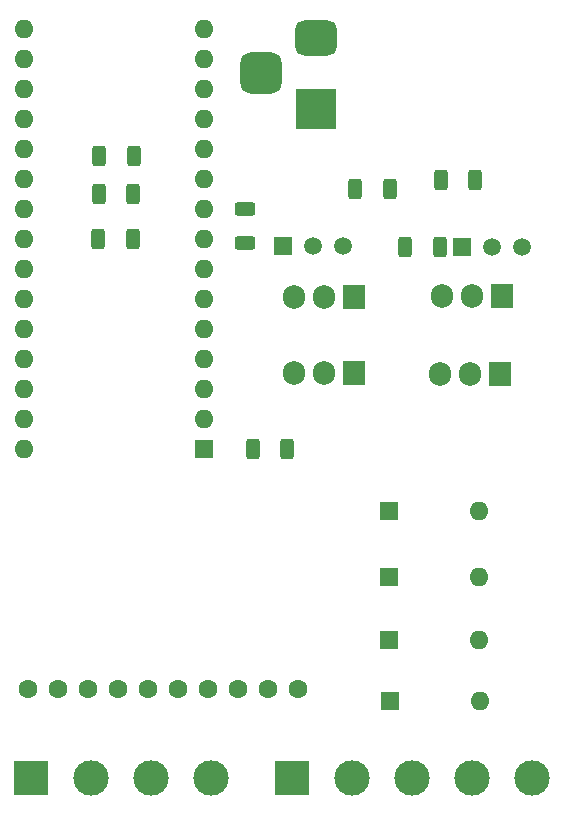
<source format=gbr>
%TF.GenerationSoftware,KiCad,Pcbnew,7.0.5*%
%TF.CreationDate,2023-12-19T17:12:36-05:00*%
%TF.ProjectId,biphasic_revision_b,62697068-6173-4696-935f-726576697369,rev?*%
%TF.SameCoordinates,Original*%
%TF.FileFunction,Soldermask,Top*%
%TF.FilePolarity,Negative*%
%FSLAX46Y46*%
G04 Gerber Fmt 4.6, Leading zero omitted, Abs format (unit mm)*
G04 Created by KiCad (PCBNEW 7.0.5) date 2023-12-19 17:12:36*
%MOMM*%
%LPD*%
G01*
G04 APERTURE LIST*
G04 Aperture macros list*
%AMRoundRect*
0 Rectangle with rounded corners*
0 $1 Rounding radius*
0 $2 $3 $4 $5 $6 $7 $8 $9 X,Y pos of 4 corners*
0 Add a 4 corners polygon primitive as box body*
4,1,4,$2,$3,$4,$5,$6,$7,$8,$9,$2,$3,0*
0 Add four circle primitives for the rounded corners*
1,1,$1+$1,$2,$3*
1,1,$1+$1,$4,$5*
1,1,$1+$1,$6,$7*
1,1,$1+$1,$8,$9*
0 Add four rect primitives between the rounded corners*
20,1,$1+$1,$2,$3,$4,$5,0*
20,1,$1+$1,$4,$5,$6,$7,0*
20,1,$1+$1,$6,$7,$8,$9,0*
20,1,$1+$1,$8,$9,$2,$3,0*%
G04 Aperture macros list end*
%ADD10R,1.600000X1.600000*%
%ADD11O,1.600000X1.600000*%
%ADD12R,3.500000X3.500000*%
%ADD13RoundRect,0.750000X-1.000000X0.750000X-1.000000X-0.750000X1.000000X-0.750000X1.000000X0.750000X0*%
%ADD14RoundRect,0.875000X-0.875000X0.875000X-0.875000X-0.875000X0.875000X-0.875000X0.875000X0.875000X0*%
%ADD15R,1.500000X1.500000*%
%ADD16C,1.500000*%
%ADD17R,1.905000X2.000000*%
%ADD18O,1.905000X2.000000*%
%ADD19RoundRect,0.250000X-0.312500X-0.625000X0.312500X-0.625000X0.312500X0.625000X-0.312500X0.625000X0*%
%ADD20RoundRect,0.250000X-0.625000X0.312500X-0.625000X-0.312500X0.625000X-0.312500X0.625000X0.312500X0*%
%ADD21RoundRect,0.250000X0.312500X0.625000X-0.312500X0.625000X-0.312500X-0.625000X0.312500X-0.625000X0*%
%ADD22C,1.600000*%
%ADD23R,3.000000X3.000000*%
%ADD24C,3.000000*%
G04 APERTURE END LIST*
D10*
%TO.C,D1*%
X171720000Y-86400000D03*
D11*
X179340000Y-86400000D03*
%TD*%
D10*
%TO.C,D2*%
X171670000Y-92000000D03*
D11*
X179290000Y-92000000D03*
%TD*%
D10*
%TO.C,D3*%
X171670000Y-97350000D03*
D11*
X179290000Y-97350000D03*
%TD*%
D10*
%TO.C,D4*%
X171740000Y-102530000D03*
D11*
X179360000Y-102530000D03*
%TD*%
D12*
%TO.C,J1*%
X165550000Y-52350000D03*
D13*
X165550000Y-46350000D03*
D14*
X160850000Y-49350000D03*
%TD*%
D15*
%TO.C,Q1*%
X162680000Y-63935000D03*
D16*
X165220000Y-63935000D03*
X167760000Y-63935000D03*
%TD*%
D17*
%TO.C,Q2*%
X168740000Y-68255000D03*
D18*
X166200000Y-68255000D03*
X163660000Y-68255000D03*
%TD*%
D17*
%TO.C,Q3*%
X168750000Y-74735000D03*
D18*
X166210000Y-74735000D03*
X163670000Y-74735000D03*
%TD*%
D15*
%TO.C,Q4*%
X177910000Y-64045000D03*
D16*
X180450000Y-64045000D03*
X182990000Y-64045000D03*
%TD*%
D17*
%TO.C,Q5*%
X181230000Y-68215000D03*
D18*
X178690000Y-68215000D03*
X176150000Y-68215000D03*
%TD*%
D17*
%TO.C,Q6*%
X181090000Y-74795000D03*
D18*
X178550000Y-74795000D03*
X176010000Y-74795000D03*
%TD*%
D19*
%TO.C,R1*%
X168812500Y-59135000D03*
X171737500Y-59135000D03*
%TD*%
D20*
%TO.C,R2*%
X159470000Y-60822500D03*
X159470000Y-63747500D03*
%TD*%
D21*
%TO.C,R3*%
X179012500Y-58350000D03*
X176087500Y-58350000D03*
%TD*%
D19*
%TO.C,R4*%
X173047500Y-64095000D03*
X175972500Y-64095000D03*
%TD*%
D21*
%TO.C,R5*%
X150072500Y-56370000D03*
X147147500Y-56370000D03*
%TD*%
%TO.C,R6*%
X150012500Y-63350000D03*
X147087500Y-63350000D03*
%TD*%
%TO.C,R7*%
X150047500Y-59590000D03*
X147122500Y-59590000D03*
%TD*%
D22*
%TO.C,U3*%
X141145000Y-101509000D03*
X143685000Y-101509000D03*
X146225000Y-101509000D03*
X148765000Y-101509000D03*
X151305000Y-101509000D03*
X153845000Y-101509000D03*
X156385000Y-101509000D03*
X158925000Y-101509000D03*
X161465000Y-101509000D03*
X164005000Y-101509000D03*
%TD*%
D21*
%TO.C,R8*%
X163062500Y-81155000D03*
X160137500Y-81155000D03*
%TD*%
D23*
%TO.C,J3*%
X163470000Y-109000000D03*
D24*
X168550000Y-109000000D03*
X173630000Y-109000000D03*
X178710000Y-109000000D03*
X183790000Y-109000000D03*
%TD*%
D10*
%TO.C,A1*%
X156000000Y-81135000D03*
D11*
X156000000Y-78595000D03*
X156000000Y-76055000D03*
X156000000Y-73515000D03*
X156000000Y-70975000D03*
X156000000Y-68435000D03*
X156000000Y-65895000D03*
X156000000Y-63355000D03*
X156000000Y-60815000D03*
X156000000Y-58275000D03*
X156000000Y-55735000D03*
X156000000Y-53195000D03*
X156000000Y-50655000D03*
X156000000Y-48115000D03*
X156000000Y-45575000D03*
X140760000Y-45575000D03*
X140760000Y-48115000D03*
X140760000Y-50655000D03*
X140760000Y-53195000D03*
X140760000Y-55735000D03*
X140760000Y-58275000D03*
X140760000Y-60815000D03*
X140760000Y-63355000D03*
X140760000Y-65895000D03*
X140760000Y-68435000D03*
X140760000Y-70975000D03*
X140760000Y-73515000D03*
X140760000Y-76055000D03*
X140760000Y-78595000D03*
X140760000Y-81135000D03*
%TD*%
D23*
%TO.C,Analog_In1*%
X141390000Y-109000000D03*
D24*
X146470000Y-109000000D03*
X151550000Y-109000000D03*
X156630000Y-109000000D03*
%TD*%
M02*

</source>
